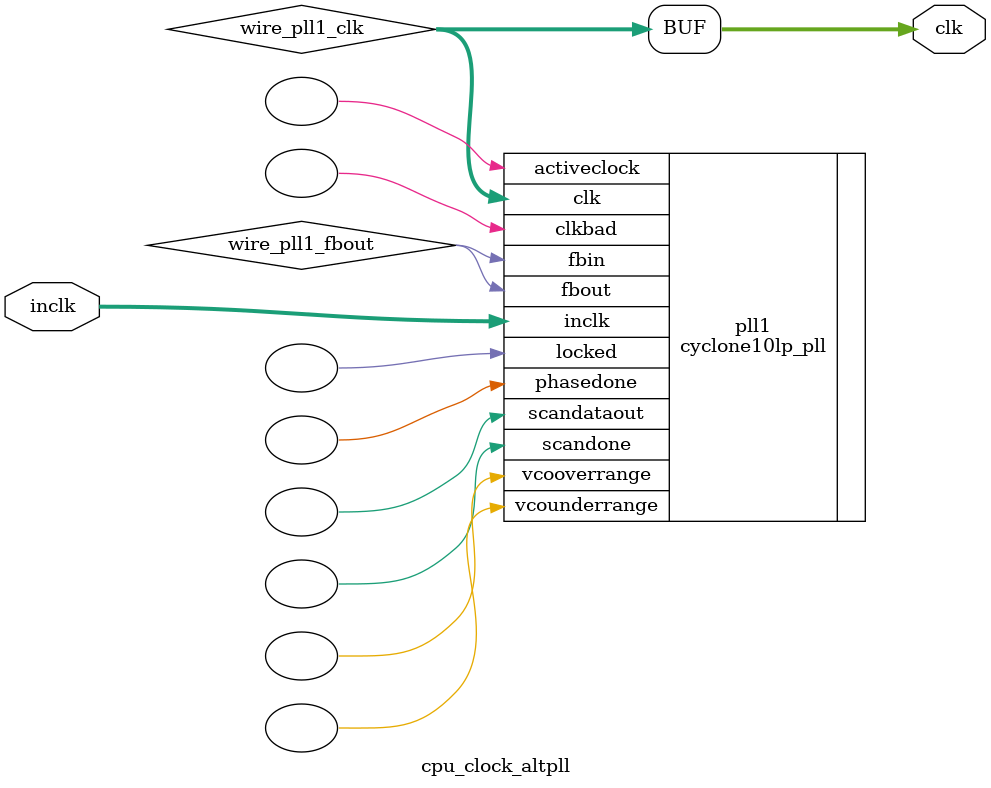
<source format=v>






//synthesis_resources = cyclone10lp_pll 1 
//synopsys translate_off
`timescale 1 ps / 1 ps
//synopsys translate_on
module  cpu_clock_altpll
	( 
	clk,
	inclk) /* synthesis synthesis_clearbox=1 */;
	output   [4:0]  clk;
	input   [1:0]  inclk;
`ifndef ALTERA_RESERVED_QIS
// synopsys translate_off
`endif
	tri0   [1:0]  inclk;
`ifndef ALTERA_RESERVED_QIS
// synopsys translate_on
`endif

	wire  [4:0]   wire_pll1_clk;
	wire  wire_pll1_fbout;

	cyclone10lp_pll   pll1
	( 
	.activeclock(),
	.clk(wire_pll1_clk),
	.clkbad(),
	.fbin(wire_pll1_fbout),
	.fbout(wire_pll1_fbout),
	.inclk(inclk),
	.locked(),
	.phasedone(),
	.scandataout(),
	.scandone(),
	.vcooverrange(),
	.vcounderrange()
	`ifndef FORMAL_VERIFICATION
	// synopsys translate_off
	`endif
	,
	.areset(1'b0),
	.clkswitch(1'b0),
	.configupdate(1'b0),
	.pfdena(1'b1),
	.phasecounterselect({3{1'b0}}),
	.phasestep(1'b0),
	.phaseupdown(1'b0),
	.scanclk(1'b0),
	.scanclkena(1'b1),
	.scandata(1'b0)
	`ifndef FORMAL_VERIFICATION
	// synopsys translate_on
	`endif
	);
	defparam
		pll1.bandwidth_type = "auto",
		pll1.clk0_divide_by = 120,
		pll1.clk0_duty_cycle = 50,
		pll1.clk0_multiply_by = 1,
		pll1.clk0_phase_shift = "0",
		pll1.clk1_divide_by = 104,
		pll1.clk1_duty_cycle = 50,
		pll1.clk1_multiply_by = 1,
		pll1.clk1_phase_shift = "0",
		pll1.compensate_clock = "clk0",
		pll1.inclk0_input_frequency = 83333,
		pll1.operation_mode = "normal",
		pll1.pll_type = "auto",
		pll1.lpm_type = "cyclone10lp_pll";
	assign
		clk = {wire_pll1_clk[4:0]};
endmodule //cpu_clock_altpll
//VALID FILE

</source>
